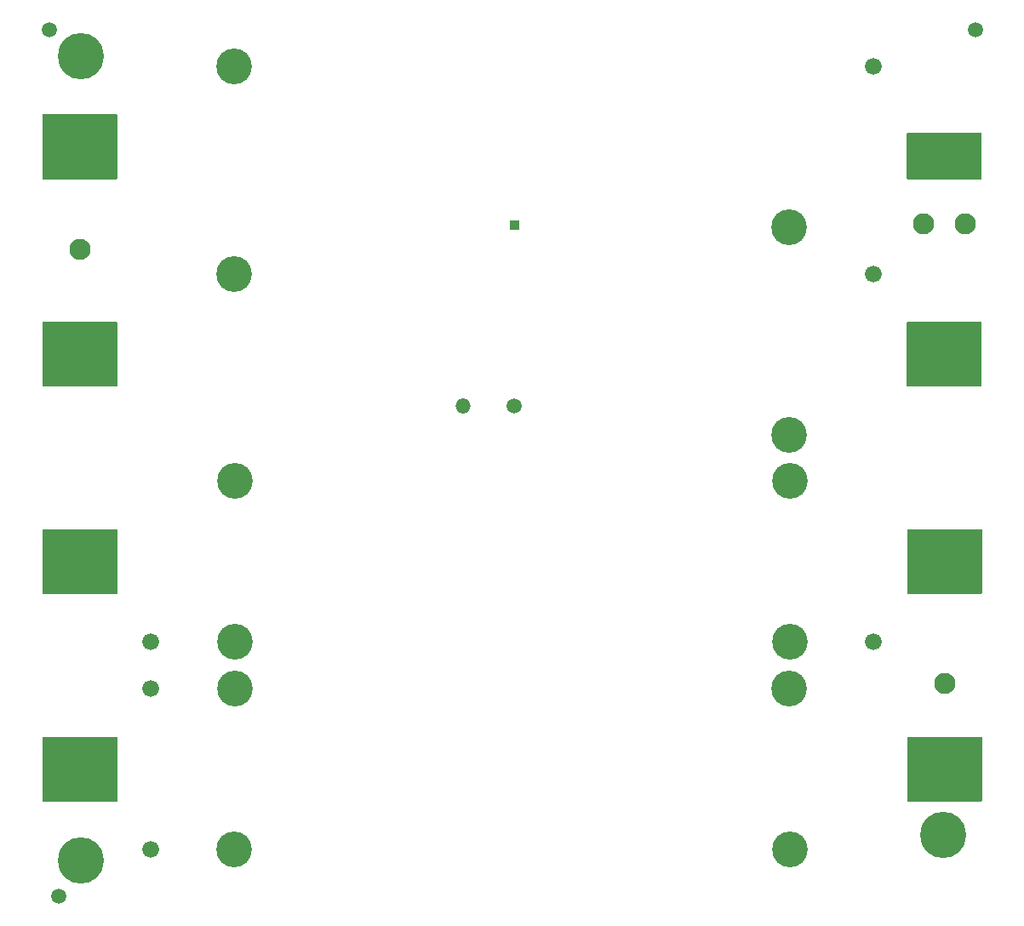
<source format=gbs>
%TF.GenerationSoftware,KiCad,Pcbnew,(5.1.9)-1*%
%TF.CreationDate,2022-01-06T16:33:17-10:00*%
%TF.ProjectId,batteryboard,62617474-6572-4796-926f-6172642e6b69,rev?*%
%TF.SameCoordinates,Original*%
%TF.FileFunction,Soldermask,Bot*%
%TF.FilePolarity,Negative*%
%FSLAX46Y46*%
G04 Gerber Fmt 4.6, Leading zero omitted, Abs format (unit mm)*
G04 Created by KiCad (PCBNEW (5.1.9)-1) date 2022-01-06 16:33:17*
%MOMM*%
%LPD*%
G01*
G04 APERTURE LIST*
%ADD10C,1.671600*%
%ADD11C,3.551600*%
%ADD12C,4.601600*%
%ADD13C,1.500000*%
%ADD14O,1.501600X1.501600*%
%ADD15C,1.501600*%
%ADD16C,2.101600*%
G04 APERTURE END LIST*
D10*
X137047400Y-80569800D03*
D11*
X128717400Y-96569800D03*
X73517400Y-80569800D03*
G36*
G01*
X140447400Y-85344000D02*
X147787400Y-85344000D01*
G75*
G02*
X147838200Y-85394800I0J-50800D01*
G01*
X147838200Y-91744800D01*
G75*
G02*
X147787400Y-91795600I-50800J0D01*
G01*
X140447400Y-91795600D01*
G75*
G02*
X140396600Y-91744800I0J50800D01*
G01*
X140396600Y-85394800D01*
G75*
G02*
X140447400Y-85344000I50800J0D01*
G01*
G37*
G36*
G01*
X54447400Y-85344000D02*
X61787400Y-85344000D01*
G75*
G02*
X61838200Y-85394800I0J-50800D01*
G01*
X61838200Y-91744800D01*
G75*
G02*
X61787400Y-91795600I-50800J0D01*
G01*
X54447400Y-91795600D01*
G75*
G02*
X54396600Y-91744800I0J50800D01*
G01*
X54396600Y-85394800D01*
G75*
G02*
X54447400Y-85344000I50800J0D01*
G01*
G37*
D10*
X137047400Y-59919600D03*
D11*
X128717400Y-75919600D03*
X73517400Y-59919600D03*
G36*
G01*
X140447400Y-66543800D02*
X147787400Y-66543800D01*
G75*
G02*
X147838200Y-66594600I0J-50800D01*
G01*
X147838200Y-71094600D01*
G75*
G02*
X147787400Y-71145400I-50800J0D01*
G01*
X140447400Y-71145400D01*
G75*
G02*
X140396600Y-71094600I0J50800D01*
G01*
X140396600Y-66594600D01*
G75*
G02*
X140447400Y-66543800I50800J0D01*
G01*
G37*
G36*
G01*
X54447400Y-64693800D02*
X61787400Y-64693800D01*
G75*
G02*
X61838200Y-64744600I0J-50800D01*
G01*
X61838200Y-71094600D01*
G75*
G02*
X61787400Y-71145400I-50800J0D01*
G01*
X54447400Y-71145400D01*
G75*
G02*
X54396600Y-71094600I0J50800D01*
G01*
X54396600Y-64744600D01*
G75*
G02*
X54447400Y-64693800I50800J0D01*
G01*
G37*
D12*
X144005300Y-136349900D03*
X58280300Y-58889900D03*
X58280300Y-138889900D03*
D10*
X137072800Y-117194600D03*
D11*
X128742800Y-101194600D03*
X73542800Y-117194600D03*
D10*
X65187400Y-121844800D03*
D11*
X73517400Y-137844800D03*
X128717400Y-121844800D03*
D10*
X65212800Y-117194600D03*
D11*
X73542800Y-101194600D03*
X128742800Y-117194600D03*
G36*
G01*
X61812800Y-112420400D02*
X54472800Y-112420400D01*
G75*
G02*
X54422000Y-112369600I0J50800D01*
G01*
X54422000Y-106019600D01*
G75*
G02*
X54472800Y-105968800I50800J0D01*
G01*
X61812800Y-105968800D01*
G75*
G02*
X61863600Y-106019600I0J-50800D01*
G01*
X61863600Y-112369600D01*
G75*
G02*
X61812800Y-112420400I-50800J0D01*
G01*
G37*
G36*
G01*
X147812800Y-112420400D02*
X140472800Y-112420400D01*
G75*
G02*
X140422000Y-112369600I0J50800D01*
G01*
X140422000Y-106019600D01*
G75*
G02*
X140472800Y-105968800I50800J0D01*
G01*
X147812800Y-105968800D01*
G75*
G02*
X147863600Y-106019600I0J-50800D01*
G01*
X147863600Y-112369600D01*
G75*
G02*
X147812800Y-112420400I-50800J0D01*
G01*
G37*
D10*
X65212800Y-137844800D03*
D11*
X73542800Y-121844800D03*
X128742800Y-137844800D03*
G36*
G01*
X61812800Y-133070600D02*
X54472800Y-133070600D01*
G75*
G02*
X54422000Y-133019800I0J50800D01*
G01*
X54422000Y-126669800D01*
G75*
G02*
X54472800Y-126619000I50800J0D01*
G01*
X61812800Y-126619000D01*
G75*
G02*
X61863600Y-126669800I0J-50800D01*
G01*
X61863600Y-133019800D01*
G75*
G02*
X61812800Y-133070600I-50800J0D01*
G01*
G37*
G36*
G01*
X147812800Y-133070600D02*
X140472800Y-133070600D01*
G75*
G02*
X140422000Y-133019800I0J50800D01*
G01*
X140422000Y-126669800D01*
G75*
G02*
X140472800Y-126619000I50800J0D01*
G01*
X147812800Y-126619000D01*
G75*
G02*
X147863600Y-126669800I0J-50800D01*
G01*
X147863600Y-133019800D01*
G75*
G02*
X147812800Y-133070600I-50800J0D01*
G01*
G37*
D13*
X147193000Y-56261000D03*
X55118000Y-56261000D03*
X56007000Y-142494000D03*
D14*
X96266000Y-93726000D03*
D15*
X101346000Y-93726000D03*
G36*
G01*
X100870200Y-76117000D02*
X100870200Y-75267000D01*
G75*
G02*
X100921000Y-75216200I50800J0D01*
G01*
X101771000Y-75216200D01*
G75*
G02*
X101821800Y-75267000I0J-50800D01*
G01*
X101821800Y-76117000D01*
G75*
G02*
X101771000Y-76167800I-50800J0D01*
G01*
X100921000Y-76167800D01*
G75*
G02*
X100870200Y-76117000I0J50800D01*
G01*
G37*
D16*
X146177000Y-75565000D03*
X142062200Y-75565000D03*
X58166000Y-78105000D03*
X144145000Y-121285000D03*
M02*

</source>
